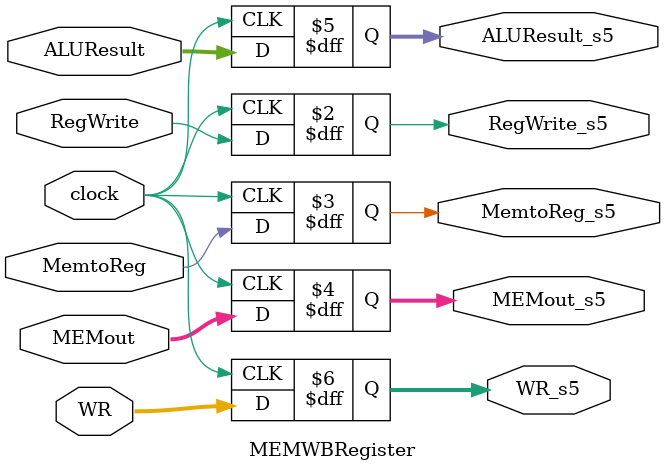
<source format=v>

module MEMWBRegister(clock, RegWrite, MemtoReg, MEMout, ALUResult, WR, 
			RegWrite_s5, MemtoReg_s5 ,MEMout_s5, ALUResult_s5, WR_s5 );
input clock, RegWrite, MemtoReg ;
input [63:0] MEMout;
input [63:0] ALUResult;
input [4:0] WR;

output reg RegWrite_s5, MemtoReg_s5;
output reg [63:0] MEMout_s5;
output reg [63:0] ALUResult_s5;
output reg [4:0] WR_s5;

always @(posedge clock)
		begin		
		//assign PR4 = {{134{RegWrite}},{133{MemtoReg}},{69{MEMout[63:0]}},{5{ALUResult[63:0]}},WR[4:0]};
			RegWrite_s5 = RegWrite;
			MemtoReg_s5 = MemtoReg;
			MEMout_s5 = MEMout;
			ALUResult_s5 = ALUResult;
			WR_s5 = WR;			
		end
endmodule
</source>
